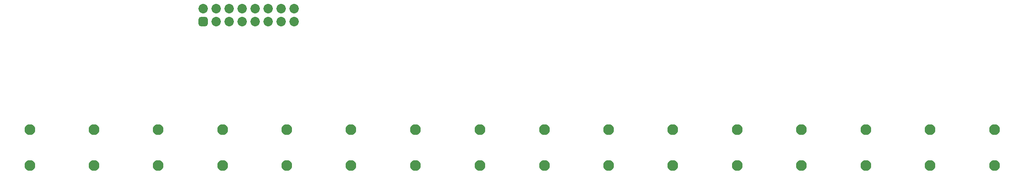
<source format=gbs>
G04*
G04 #@! TF.GenerationSoftware,Altium Limited,Altium Designer,23.8.1 (32)*
G04*
G04 Layer_Color=16711935*
%FSLAX44Y44*%
%MOMM*%
G71*
G04*
G04 #@! TF.SameCoordinates,2CD9F57F-E5B0-4E4F-9D8E-019A79B69F08*
G04*
G04*
G04 #@! TF.FilePolarity,Negative*
G04*
G01*
G75*
%ADD24C,2.1031*%
%ADD25C,1.8532*%
G04:AMPARAMS|DCode=26|XSize=1.8532mm|YSize=1.8532mm|CornerRadius=0.5141mm|HoleSize=0mm|Usage=FLASHONLY|Rotation=0.000|XOffset=0mm|YOffset=0mm|HoleType=Round|Shape=RoundedRectangle|*
%AMROUNDEDRECTD26*
21,1,1.8532,0.8250,0,0,0.0*
21,1,0.8250,1.8532,0,0,0.0*
1,1,1.0282,0.4125,-0.4125*
1,1,1.0282,-0.4125,-0.4125*
1,1,1.0282,-0.4125,0.4125*
1,1,1.0282,0.4125,0.4125*
%
%ADD26ROUNDEDRECTD26*%
D24*
X1071110Y94480D02*
D03*
Y164480D02*
D03*
X692650Y94579D02*
D03*
Y164579D02*
D03*
X1950570Y94579D02*
D03*
Y164579D02*
D03*
X1824840Y94579D02*
D03*
Y164579D02*
D03*
X1699110Y94579D02*
D03*
Y164579D02*
D03*
X1573380Y94579D02*
D03*
Y164579D02*
D03*
X1447650Y94579D02*
D03*
Y164579D02*
D03*
X1321920Y94579D02*
D03*
Y164579D02*
D03*
X1196190Y94579D02*
D03*
Y164579D02*
D03*
X944730Y94579D02*
D03*
Y164579D02*
D03*
X819000Y94579D02*
D03*
Y164579D02*
D03*
X567540Y94579D02*
D03*
Y164579D02*
D03*
X441810Y94579D02*
D03*
Y164579D02*
D03*
X316080Y94579D02*
D03*
Y164579D02*
D03*
X190350Y94579D02*
D03*
Y164579D02*
D03*
X65120Y94579D02*
D03*
Y164579D02*
D03*
D25*
X582160Y401820D02*
D03*
X556760D02*
D03*
X582160Y376420D02*
D03*
X556760D02*
D03*
X480560Y401820D02*
D03*
Y376420D02*
D03*
X455160Y401820D02*
D03*
Y376420D02*
D03*
X404360Y401820D02*
D03*
X429760Y376420D02*
D03*
Y401820D02*
D03*
X505960Y376420D02*
D03*
Y401820D02*
D03*
X531360Y376420D02*
D03*
Y401820D02*
D03*
D26*
X404360Y376420D02*
D03*
M02*

</source>
